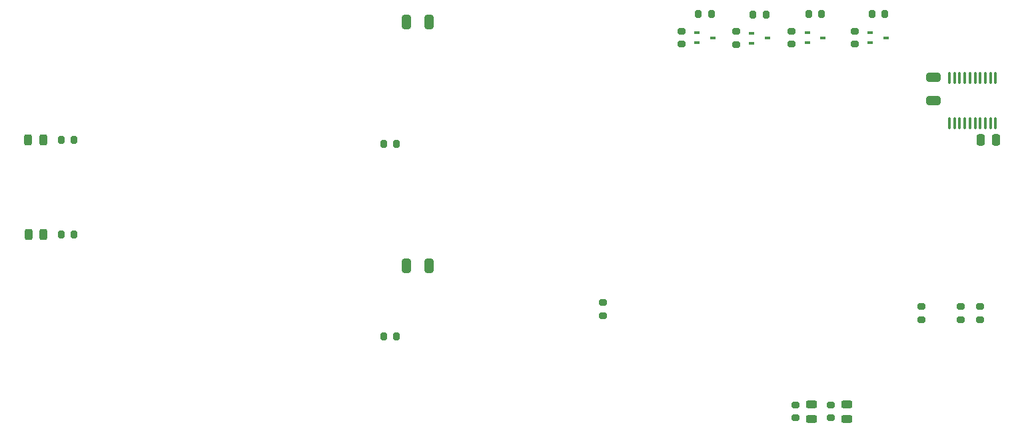
<source format=gbr>
%TF.GenerationSoftware,KiCad,Pcbnew,(6.0.0)*%
%TF.CreationDate,2022-01-20T20:45:04-08:00*%
%TF.ProjectId,dish-controller,64697368-2d63-46f6-9e74-726f6c6c6572,rev?*%
%TF.SameCoordinates,Original*%
%TF.FileFunction,Paste,Top*%
%TF.FilePolarity,Positive*%
%FSLAX46Y46*%
G04 Gerber Fmt 4.6, Leading zero omitted, Abs format (unit mm)*
G04 Created by KiCad (PCBNEW (6.0.0)) date 2022-01-20 20:45:04*
%MOMM*%
%LPD*%
G01*
G04 APERTURE LIST*
G04 Aperture macros list*
%AMRoundRect*
0 Rectangle with rounded corners*
0 $1 Rounding radius*
0 $2 $3 $4 $5 $6 $7 $8 $9 X,Y pos of 4 corners*
0 Add a 4 corners polygon primitive as box body*
4,1,4,$2,$3,$4,$5,$6,$7,$8,$9,$2,$3,0*
0 Add four circle primitives for the rounded corners*
1,1,$1+$1,$2,$3*
1,1,$1+$1,$4,$5*
1,1,$1+$1,$6,$7*
1,1,$1+$1,$8,$9*
0 Add four rect primitives between the rounded corners*
20,1,$1+$1,$2,$3,$4,$5,0*
20,1,$1+$1,$4,$5,$6,$7,0*
20,1,$1+$1,$6,$7,$8,$9,0*
20,1,$1+$1,$8,$9,$2,$3,0*%
G04 Aperture macros list end*
%ADD10R,0.700000X0.450000*%
%ADD11RoundRect,0.100000X0.100000X-0.637500X0.100000X0.637500X-0.100000X0.637500X-0.100000X-0.637500X0*%
%ADD12RoundRect,0.250000X0.250000X0.475000X-0.250000X0.475000X-0.250000X-0.475000X0.250000X-0.475000X0*%
%ADD13RoundRect,0.250000X0.650000X-0.325000X0.650000X0.325000X-0.650000X0.325000X-0.650000X-0.325000X0*%
%ADD14RoundRect,0.250000X0.325000X0.650000X-0.325000X0.650000X-0.325000X-0.650000X0.325000X-0.650000X0*%
%ADD15RoundRect,0.243750X0.456250X-0.243750X0.456250X0.243750X-0.456250X0.243750X-0.456250X-0.243750X0*%
%ADD16RoundRect,0.200000X0.275000X-0.200000X0.275000X0.200000X-0.275000X0.200000X-0.275000X-0.200000X0*%
%ADD17RoundRect,0.200000X0.200000X0.275000X-0.200000X0.275000X-0.200000X-0.275000X0.200000X-0.275000X0*%
%ADD18RoundRect,0.200000X-0.275000X0.200000X-0.275000X-0.200000X0.275000X-0.200000X0.275000X0.200000X0*%
%ADD19RoundRect,0.243750X0.243750X0.456250X-0.243750X0.456250X-0.243750X-0.456250X0.243750X-0.456250X0*%
%ADD20RoundRect,0.200000X-0.200000X-0.275000X0.200000X-0.275000X0.200000X0.275000X-0.200000X0.275000X0*%
G04 APERTURE END LIST*
D10*
%TO.C,Q8*%
X131000000Y-55350000D03*
X131000000Y-56650000D03*
X133000000Y-56000000D03*
%TD*%
%TO.C,Q7*%
X123000000Y-55350000D03*
X123000000Y-56650000D03*
X125000000Y-56000000D03*
%TD*%
%TO.C,Q6*%
X115937500Y-55400000D03*
X115937500Y-56700000D03*
X117937500Y-56050000D03*
%TD*%
%TO.C,Q5*%
X109000000Y-55350000D03*
X109000000Y-56650000D03*
X111000000Y-56000000D03*
%TD*%
D11*
%TO.C,U2*%
X141075000Y-66862500D03*
X141725000Y-66862500D03*
X142375000Y-66862500D03*
X143025000Y-66862500D03*
X143675000Y-66862500D03*
X144325000Y-66862500D03*
X144975000Y-66862500D03*
X145625000Y-66862500D03*
X146275000Y-66862500D03*
X146925000Y-66862500D03*
X146925000Y-61137500D03*
X146275000Y-61137500D03*
X145625000Y-61137500D03*
X144975000Y-61137500D03*
X144325000Y-61137500D03*
X143675000Y-61137500D03*
X143025000Y-61137500D03*
X142375000Y-61137500D03*
X141725000Y-61137500D03*
X141075000Y-61137500D03*
%TD*%
D12*
%TO.C,C7*%
X146950000Y-69000000D03*
X145050000Y-69000000D03*
%TD*%
D13*
%TO.C,C6*%
X139000000Y-63975000D03*
X139000000Y-61025000D03*
%TD*%
D14*
%TO.C,C5*%
X74975000Y-54000000D03*
X72025000Y-54000000D03*
%TD*%
%TO.C,C4*%
X74975000Y-85000000D03*
X72025000Y-85000000D03*
%TD*%
D15*
%TO.C,D1*%
X128000000Y-104437500D03*
X128000000Y-102562500D03*
%TD*%
D16*
%TO.C,R5*%
X137500000Y-91825000D03*
X137500000Y-90175000D03*
%TD*%
%TO.C,R23*%
X121000000Y-56825000D03*
X121000000Y-55175000D03*
%TD*%
D17*
%TO.C,R25*%
X124825000Y-53000000D03*
X123175000Y-53000000D03*
%TD*%
D16*
%TO.C,R19*%
X107000000Y-56825000D03*
X107000000Y-55175000D03*
%TD*%
D15*
%TO.C,D2*%
X123500000Y-104437500D03*
X123500000Y-102562500D03*
%TD*%
D18*
%TO.C,R7*%
X97000000Y-89675000D03*
X97000000Y-91325000D03*
%TD*%
D19*
%TO.C,D3*%
X25937500Y-81000000D03*
X24062500Y-81000000D03*
%TD*%
D20*
%TO.C,R9*%
X69175000Y-94000000D03*
X70825000Y-94000000D03*
%TD*%
D16*
%TO.C,R8*%
X145000000Y-91825000D03*
X145000000Y-90175000D03*
%TD*%
D17*
%TO.C,R26*%
X132887500Y-52950000D03*
X131237500Y-52950000D03*
%TD*%
D16*
%TO.C,R2*%
X121500000Y-104325000D03*
X121500000Y-102675000D03*
%TD*%
D17*
%TO.C,R4*%
X29825000Y-69000000D03*
X28175000Y-69000000D03*
%TD*%
%TO.C,R21*%
X110825000Y-53000000D03*
X109175000Y-53000000D03*
%TD*%
D16*
%TO.C,R24*%
X129062500Y-56825000D03*
X129062500Y-55175000D03*
%TD*%
%TO.C,R6*%
X142500000Y-91825000D03*
X142500000Y-90175000D03*
%TD*%
D18*
%TO.C,R1*%
X126000000Y-102675000D03*
X126000000Y-104325000D03*
%TD*%
D20*
%TO.C,R3*%
X28175000Y-81000000D03*
X29825000Y-81000000D03*
%TD*%
D17*
%TO.C,R22*%
X117762500Y-53050000D03*
X116112500Y-53050000D03*
%TD*%
D20*
%TO.C,R10*%
X69175000Y-69500000D03*
X70825000Y-69500000D03*
%TD*%
D19*
%TO.C,D4*%
X25875000Y-69000000D03*
X24000000Y-69000000D03*
%TD*%
D16*
%TO.C,R20*%
X113937500Y-56875000D03*
X113937500Y-55225000D03*
%TD*%
M02*

</source>
